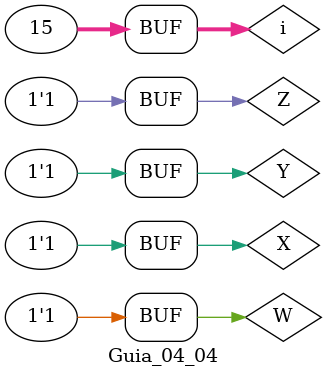
<source format=v>
/*
* Aluno: Pedro Henrique Lima Carvalho
* Matricula: 651230
* Arquitetura 1 - Tarde
* Guia_04 Exercicio 05.
*/
module a (output SoP, PoS, input X, Y);
assign SoP = (~X&~Y)|(X&~Y)|(X&Y);
assign PoS = (X|~Y);
endmodule

module b (output SoP, PoS, input X, Y);
assign SoP = (~X&~Y)|(~X&Y)|(X&Y);
assign PoS = (~X|Y);
endmodule

module c (output SoP, PoS, input X, Y, Z);
assign SoP = (~X&~Y&~Z)|(~X&~Y&Z)|(~X&Y&Z)|(X&~Y&Z)|(X&Y&Z);
assign PoS = (X|~Y|Z)&(~X|Y|Z)&(~X|~Y|Z);
endmodule

module d (output SoP, PoS, input X, Y, Z);
assign SoP = (X&Y&Z)|(X&Y&Z)|(X&Y&Z)|(X&Y&Z);
assign PoS = (X|Y|~Z)&(X|~Y|~Z)&(~X|~Y|Z)&(~X|~Y|~Z);
endmodule

module e (output SoP, PoS, input X, Y, W, Z);
assign SoP = (~X&~Y&~W&~Z)|(~X&~Y&~W&Z)|(~X&~Y&W&~Z)|
             (~X&Y&~W&~Z)|(X&~Y&~W&~Z)|(X&~Y&W&~Z)|
             (X&~Y&W&Z)|(X&Y&~W&Z)|(X&Y&W&~Z)|
             (X&Y&W&Z);
assign PoS = (X|Y|~W|~Z)&(X|~Y|W|~Z)&(X|~Y|~W|Z)&(X|~Y|~W|~Z)&
           (~X|Y|W|~Z)&(~X|~Y|W|Z);
endmodule

module Guia_04_04;
// define data
reg X, Y, W, Z;
integer i;
wire sa1, sb1, sc1, sd1, se1, sa2, sb2, sc2, sd2, se2;

//instantiate
a a1 (sa1, sa2, X, Y);
b b1 (sb1, sb2, X, Y);
c c1 (sc1, sc2, X, Y, Z);
d d1 (sd1, sd2, X, Y, Z);
e e1 (se1, se2, X, Y, W, Z);

// initial values
initial
begin : start
i=0; X=1'bx; Y=1'bx; W=1'bx; Z=1'bx;
end

//main
initial
begin : main
//id
$display("Guia 04 Ex. 05");

//monitor
$display("a)");
$display(" SoP(0,2,3) = (x'.y')+(x.y')+(x.y)");
$display(" PoS(1) = X+Y'");

//first signal a)
#1 X=0; Y=0; i=0;

$monitor(" m%0d %4b | M%0d %4b ", i, sa1, i, sa2);

//signals
#1 X=0; Y=1; i=1;
#1 X=1; Y=0; i=2;
#1 X=1; Y=1; i=3;

//first signal b)
#1 X=0; Y=0; i=0;

//monitor
$display("\nb)");
$display(" SoP(0,1,3) = (x'.y')+(x'.y)+(x.y)");
$display(" PoS(2) = X'+Y");
$monitor(" m%0d %4b | M%0d %4b ", i, sb1, i, sb2);

//signals
#1 X=0; Y=1; i=1;
#1 X=1; Y=0; i=2;
#1 X=1; Y=1; i=3;

//first signal c)
#1 X=0; Y=0; Z=0; i=0;

//monitor
$display("\nc)");
$display(" SoP(0,1,3,5,7) = (x'.y'.z')+(x'.y'.z)+(x'.y.z)+(x.y'.z)+(x.y.z)");
$display(" PoS(2,4,6) = (X+Y'+Z).(X'+Y+Z).(X'+Y'+Z)");
$monitor(" m%0d %4b | M%0d %4b ", i, sc1, i, sc2);

//signals
#1 X=0; Y=0; Z=1; i=1;
#1 X=0; Y=1; Z=0; i=2;
#1 X=0; Y=1; Z=1; i=3;
#1 X=1; Y=0; Z=0; i=4;
#1 X=1; Y=0; Z=1; i=5;
#1 X=1; Y=1; Z=0; i=6;
#1 X=1; Y=1; Z=1; i=7;


//first signal d)
#1 X=0; Y=0; Z=0; i=0;

//monitor
$display("\nd)");
$display(" SoP(0,2,4,5) = (x'.y'z')+(x'.y.z')+(x.y'.z')+(x.y'.z)");
$display(" PoS(1,3,6,7) = (X+Y+Z').(Z+Y'+Z')+(X'+Y'+Z)+(X'+Y'+Z')");
$monitor(" m%0d %4b | M%0d %4b ", i, sd1, i, sd2);

//signals
#1 X=0; Y=0; Z=1; i=1;
#1 X=0; Y=1; Z=0; i=2;
#1 X=0; Y=1; Z=1; i=3;
#1 X=1; Y=0; Z=0; i=4;
#1 X=1; Y=0; Z=1; i=5;
#1 X=1; Y=1; Z=0; i=6;
#1 X=1; Y=1; Z=1; i=7;

//first signal e)
#1 X=0; Y=0; W=0; Z=0; i=0;

//monitor
$display("\ne)");
$display(" SoP(0,1,2,4,8,10,11,13,14,15) = (x'.y'.w'.z')+(x'.y'.w'.z)+(x'.y'.w.z')+(x'.y.w'.z')+(x.y'.w'.z')+(x.y'.w.z')+(x.y'.w.z)+(x.y.w'.z)+(x.y.w.z')+(x.y.w.z)");
$display(" PoS(3,5,6,7,9,12) = (X+Y+W'+Z').(X+Y'+W+Z').(X+Y'+W'+Z).(X+Y'+W'+Z').(X'+Y+W+Z').(X'+Y'+W+Z)");
$monitor(" m%0d %4b | M%0d %4b ", i, se1, i, se2);

//signals
#1 X=0; Y=0; W=0; Z=1; i=1;
#1 X=0; Y=0; W=1; Z=0; i=2;
#1 X=0; Y=0; W=1; Z=1; i=3;
#1 X=0; Y=1; W=0; Z=0; i=4;
#1 X=0; Y=1; W=0; Z=1; i=5;
#1 X=0; Y=1; W=1; Z=0; i=6;
#1 X=0; Y=1; W=1; Z=1; i=7;
#1 X=1; Y=0; W=0; Z=0; i=8;
#1 X=1; Y=0; W=0; Z=1; i=9;
#1 X=1; Y=0; W=1; Z=0; i=10;
#1 X=1; Y=0; W=1; Z=1; i=11;
#1 X=1; Y=1; W=0; Z=0; i=12;
#1 X=1; Y=1; W=0; Z=1; i=13;
#1 X=1; Y=1; W=1; Z=0; i=14;
#1 X=1; Y=1; W=1; Z=1; i=15;

end // main
endmodule // Guia

</source>
